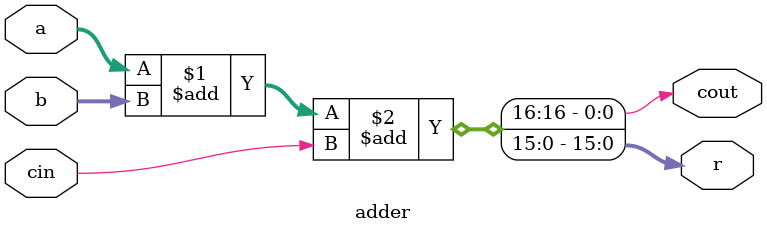
<source format=v>
`timescale 1ns / 1ps
module adder(cin, a, b, cout, r);

input cin;
input [15:0] a;
input [15:0] b;


//Outputs
output cout;
output [15:0] r;

//cout gets the carry out from the addition.
assign {cout, r} = a + b + cin;

endmodule

</source>
